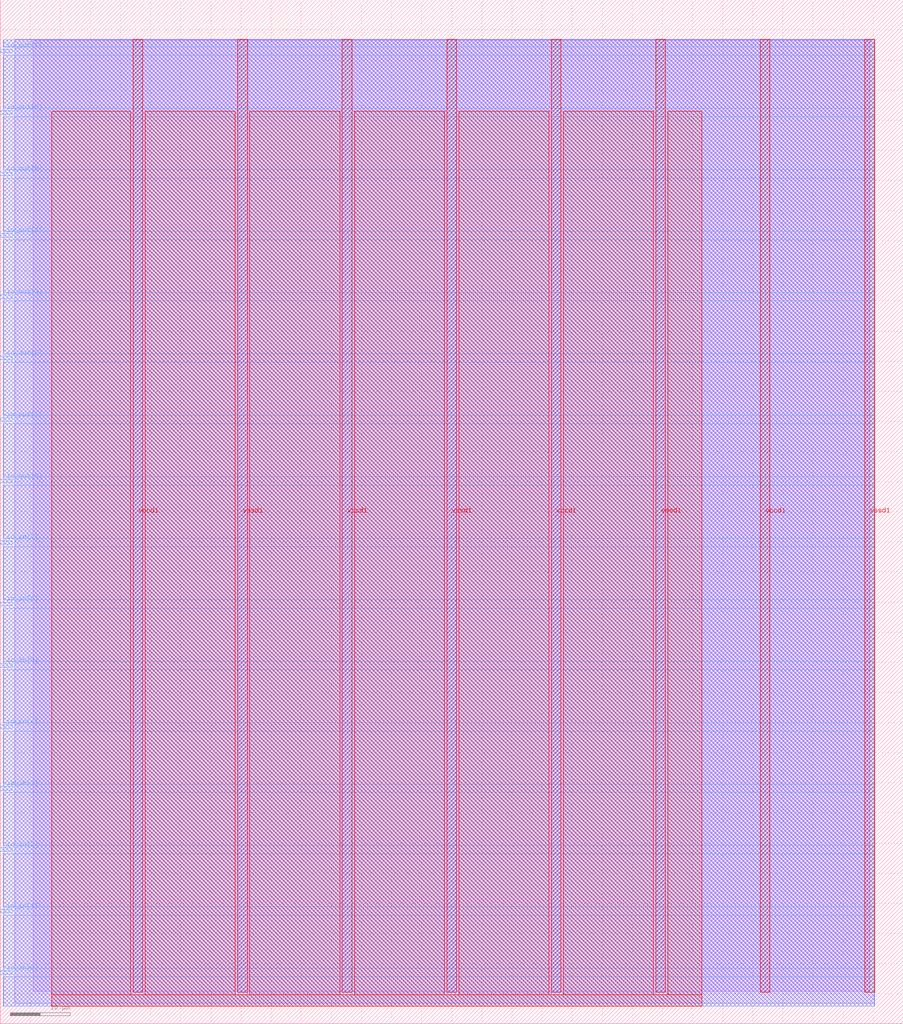
<source format=lef>
VERSION 5.7 ;
  NOWIREEXTENSIONATPIN ON ;
  DIVIDERCHAR "/" ;
  BUSBITCHARS "[]" ;
MACRO psychogenic_neptuneprop
  CLASS BLOCK ;
  FOREIGN psychogenic_neptuneprop ;
  ORIGIN 0.000 0.000 ;
  SIZE 150.000 BY 170.000 ;
  PIN io_in[0]
    DIRECTION INPUT ;
    USE SIGNAL ;
    PORT
      LAYER met3 ;
        RECT 0.000 8.200 2.000 8.800 ;
    END
  END io_in[0]
  PIN io_in[1]
    DIRECTION INPUT ;
    USE SIGNAL ;
    PORT
      LAYER met3 ;
        RECT 0.000 18.400 2.000 19.000 ;
    END
  END io_in[1]
  PIN io_in[2]
    DIRECTION INPUT ;
    USE SIGNAL ;
    PORT
      LAYER met3 ;
        RECT 0.000 28.600 2.000 29.200 ;
    END
  END io_in[2]
  PIN io_in[3]
    DIRECTION INPUT ;
    USE SIGNAL ;
    PORT
      LAYER met3 ;
        RECT 0.000 38.800 2.000 39.400 ;
    END
  END io_in[3]
  PIN io_in[4]
    DIRECTION INPUT ;
    USE SIGNAL ;
    PORT
      LAYER met3 ;
        RECT 0.000 49.000 2.000 49.600 ;
    END
  END io_in[4]
  PIN io_in[5]
    DIRECTION INPUT ;
    USE SIGNAL ;
    PORT
      LAYER met3 ;
        RECT 0.000 59.200 2.000 59.800 ;
    END
  END io_in[5]
  PIN io_in[6]
    DIRECTION INPUT ;
    USE SIGNAL ;
    PORT
      LAYER met3 ;
        RECT 0.000 69.400 2.000 70.000 ;
    END
  END io_in[6]
  PIN io_in[7]
    DIRECTION INPUT ;
    USE SIGNAL ;
    PORT
      LAYER met3 ;
        RECT 0.000 79.600 2.000 80.200 ;
    END
  END io_in[7]
  PIN io_out[0]
    DIRECTION OUTPUT TRISTATE ;
    USE SIGNAL ;
    PORT
      LAYER met3 ;
        RECT 0.000 89.800 2.000 90.400 ;
    END
  END io_out[0]
  PIN io_out[1]
    DIRECTION OUTPUT TRISTATE ;
    USE SIGNAL ;
    PORT
      LAYER met3 ;
        RECT 0.000 100.000 2.000 100.600 ;
    END
  END io_out[1]
  PIN io_out[2]
    DIRECTION OUTPUT TRISTATE ;
    USE SIGNAL ;
    PORT
      LAYER met3 ;
        RECT 0.000 110.200 2.000 110.800 ;
    END
  END io_out[2]
  PIN io_out[3]
    DIRECTION OUTPUT TRISTATE ;
    USE SIGNAL ;
    PORT
      LAYER met3 ;
        RECT 0.000 120.400 2.000 121.000 ;
    END
  END io_out[3]
  PIN io_out[4]
    DIRECTION OUTPUT TRISTATE ;
    USE SIGNAL ;
    PORT
      LAYER met3 ;
        RECT 0.000 130.600 2.000 131.200 ;
    END
  END io_out[4]
  PIN io_out[5]
    DIRECTION OUTPUT TRISTATE ;
    USE SIGNAL ;
    PORT
      LAYER met3 ;
        RECT 0.000 140.800 2.000 141.400 ;
    END
  END io_out[5]
  PIN io_out[6]
    DIRECTION OUTPUT TRISTATE ;
    USE SIGNAL ;
    PORT
      LAYER met3 ;
        RECT 0.000 151.000 2.000 151.600 ;
    END
  END io_out[6]
  PIN io_out[7]
    DIRECTION OUTPUT TRISTATE ;
    USE SIGNAL ;
    PORT
      LAYER met3 ;
        RECT 0.000 161.200 2.000 161.800 ;
    END
  END io_out[7]
  PIN vccd1
    DIRECTION INOUT ;
    USE POWER ;
    PORT
      LAYER met4 ;
        RECT 22.085 5.200 23.685 163.440 ;
    END
    PORT
      LAYER met4 ;
        RECT 56.815 5.200 58.415 163.440 ;
    END
    PORT
      LAYER met4 ;
        RECT 91.545 5.200 93.145 163.440 ;
    END
    PORT
      LAYER met4 ;
        RECT 126.275 5.200 127.875 163.440 ;
    END
  END vccd1
  PIN vssd1
    DIRECTION INOUT ;
    USE GROUND ;
    PORT
      LAYER met4 ;
        RECT 39.450 5.200 41.050 163.440 ;
    END
    PORT
      LAYER met4 ;
        RECT 74.180 5.200 75.780 163.440 ;
    END
    PORT
      LAYER met4 ;
        RECT 108.910 5.200 110.510 163.440 ;
    END
    PORT
      LAYER met4 ;
        RECT 143.640 5.200 145.240 163.440 ;
    END
  END vssd1
  OBS
      LAYER li1 ;
        RECT 5.520 5.355 144.440 163.285 ;
      LAYER met1 ;
        RECT 2.370 3.440 145.240 163.440 ;
      LAYER met2 ;
        RECT 0.550 2.875 145.210 163.385 ;
      LAYER met3 ;
        RECT 0.525 162.200 145.230 163.365 ;
        RECT 2.400 160.800 145.230 162.200 ;
        RECT 0.525 152.000 145.230 160.800 ;
        RECT 2.400 150.600 145.230 152.000 ;
        RECT 0.525 141.800 145.230 150.600 ;
        RECT 2.400 140.400 145.230 141.800 ;
        RECT 0.525 131.600 145.230 140.400 ;
        RECT 2.400 130.200 145.230 131.600 ;
        RECT 0.525 121.400 145.230 130.200 ;
        RECT 2.400 120.000 145.230 121.400 ;
        RECT 0.525 111.200 145.230 120.000 ;
        RECT 2.400 109.800 145.230 111.200 ;
        RECT 0.525 101.000 145.230 109.800 ;
        RECT 2.400 99.600 145.230 101.000 ;
        RECT 0.525 90.800 145.230 99.600 ;
        RECT 2.400 89.400 145.230 90.800 ;
        RECT 0.525 80.600 145.230 89.400 ;
        RECT 2.400 79.200 145.230 80.600 ;
        RECT 0.525 70.400 145.230 79.200 ;
        RECT 2.400 69.000 145.230 70.400 ;
        RECT 0.525 60.200 145.230 69.000 ;
        RECT 2.400 58.800 145.230 60.200 ;
        RECT 0.525 50.000 145.230 58.800 ;
        RECT 2.400 48.600 145.230 50.000 ;
        RECT 0.525 39.800 145.230 48.600 ;
        RECT 2.400 38.400 145.230 39.800 ;
        RECT 0.525 29.600 145.230 38.400 ;
        RECT 2.400 28.200 145.230 29.600 ;
        RECT 0.525 19.400 145.230 28.200 ;
        RECT 2.400 18.000 145.230 19.400 ;
        RECT 0.525 9.200 145.230 18.000 ;
        RECT 2.400 7.800 145.230 9.200 ;
        RECT 0.525 2.895 145.230 7.800 ;
      LAYER met4 ;
        RECT 8.575 4.800 21.685 151.465 ;
        RECT 24.085 4.800 39.050 151.465 ;
        RECT 41.450 4.800 56.415 151.465 ;
        RECT 58.815 4.800 73.780 151.465 ;
        RECT 76.180 4.800 91.145 151.465 ;
        RECT 93.545 4.800 108.510 151.465 ;
        RECT 110.910 4.800 116.545 151.465 ;
        RECT 8.575 2.895 116.545 4.800 ;
  END
END psychogenic_neptuneprop
END LIBRARY


</source>
